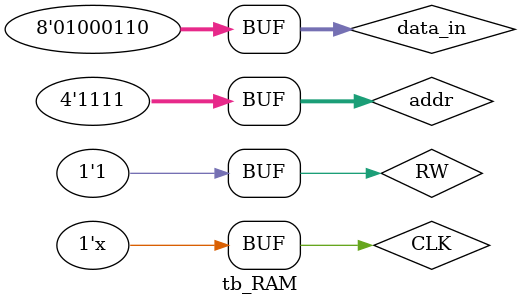
<source format=v>
module tb_RAM();	
	reg CLK = 0;
	reg RW; 
	reg [7:0]data_in;
	reg [3:0]addr ;
	wire [7:0]data_out;

	RAM ram(.CLK(CLK), .RW(RW), .data_in(data_in), .addr(addr), .data_out(data_out));
	
	always #5 CLK = ~CLK;
	
	initial begin
		data_in = 8'h56;
		RW = 1;
		addr = 4'hF;
		#10
		
		
		RW = 0;
		addr = 4'hF;
		#10
		
		data_in = 8'h46;
		RW = 1;
		addr = 4'hF;
		
	end
	
endmodule

</source>
